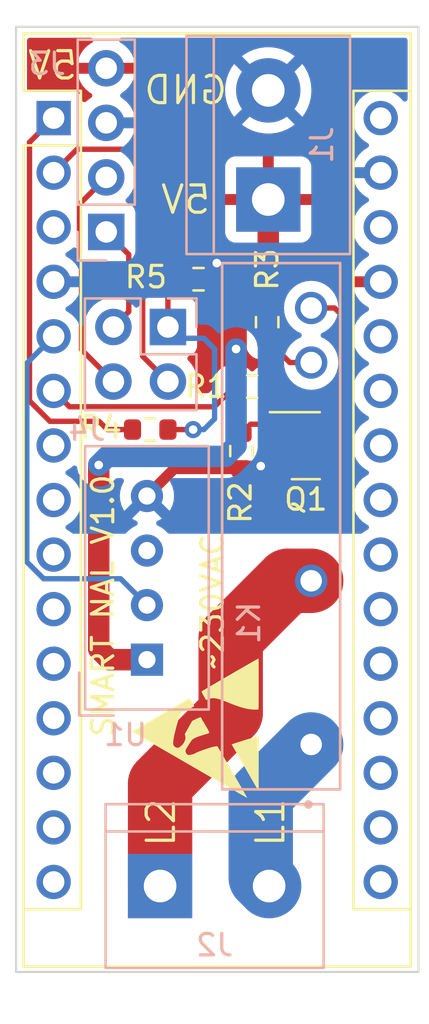
<source format=kicad_pcb>
(kicad_pcb (version 20211014) (generator pcbnew)
  (layers (0 "F.Cu" signal) (31 "B.Cu" signal) (34 "B.Paste" user) (35 "F.Paste" user) (36 "B.SilkS" user "B.Silkscreen") (37 "F.SilkS" user "F.Silkscreen") (38 "B.Mask" user) (39 "F.Mask" user) (44 "Edge.Cuts" user))
  (net 0 "")
  (net 1 "Tx")
  (net 3 "HC06_Tx_2_Rx")
  (net 7 "GND")
  (net 9 "TEMP")
  (net 11 "CTRL")
  (net 22 "+5V")
  (net 30 "L1")
  (net 31 "L2")
  (net 32 "HC06_Rx")
  (net 33 "HC06_Tx")
  (net 34 "HC06_Rx_2_Tx")
  (net 35 "Net-(K1-Pad4)")
  (net 36 "Net-(K1-Pad3)")
  (net 37 "Net-(Q1-Pad1)")
  (footprint "Resistor_SMD:R_0603_1608Metric" (layer "F.Cu") (at 171.25 79.5 -90)
    (fp_text reference "R2" (at 2.4 0.05 90) (layer "F.SilkS"))
    (fp_text value "10k")
    (fp_line (start -0.237258 -0.5225) (end 0.237258 -0.5225) (layer "F.SilkS") (width 0.12))
    (fp_line (start -0.237258 0.5225) (end 0.237258 0.5225) (layer "F.SilkS") (width 0.12))
    (pad "1" smd roundrect locked (at -0.825 0 270) (size 0.8 0.95) (layers "F.Cu" "F.Paste" "F.Mask") (net 37 "Net-(Q1-Pad1)"))
    (pad "2" smd roundrect locked (at 0.825 0 270) (size 0.8 0.95) (layers "F.Cu" "F.Paste" "F.Mask") (net 7 "GND"))
  )
  (footprint "Resistor_SMD:R_0603_1608Metric" (layer "F.Cu") (at 172.45 73.5 -90)
    (fp_text reference "R3" (at -2.45 0 90) (layer "F.SilkS"))
    (fp_text value "470")
    (fp_line (start -0.237258 -0.5225) (end 0.237258 -0.5225) (layer "F.SilkS") (width 0.12))
    (fp_line (start -0.237258 0.5225) (end 0.237258 0.5225) (layer "F.SilkS") (width 0.12))
    (pad "1" smd roundrect locked (at -0.825 0 270) (size 0.8 0.95) (layers "F.Cu" "F.Paste" "F.Mask") (net 22 "+5V"))
    (pad "2" smd roundrect locked (at 0.825 0 270) (size 0.8 0.95) (layers "F.Cu" "F.Paste" "F.Mask") (net 36 "Net-(K1-Pad3)"))
  )
  (footprint "Resistor_SMD:R_0603_1608Metric" (layer "F.Cu") (at 171.75 76.5)
    (fp_text reference "R1" (at -2.15 0) (layer "F.SilkS"))
    (fp_text value "10")
    (fp_line (start -0.237258 0.5225) (end 0.237258 0.5225) (layer "F.SilkS") (width 0.12))
    (fp_line (start -0.237258 -0.5225) (end 0.237258 -0.5225) (layer "F.SilkS") (width 0.12))
    (pad "1" smd roundrect locked (at -0.825 0) (size 0.8 0.95) (layers "F.Cu" "F.Paste" "F.Mask") (net 11 "CTRL"))
    (pad "2" smd roundrect locked (at 0.825 0) (size 0.8 0.95) (layers "F.Cu" "F.Paste" "F.Mask") (net 37 "Net-(Q1-Pad1)"))
  )
  (footprint "Module:Arduino_Nano" (layer "F.Cu") (at 162.5 64)
    (fp_text reference "A1" hide)
    (fp_text value "Arduino_Nano_v2.x")
    (fp_line (start 13.97 36.83) (end 16.64 36.83) (layer "F.SilkS") (width 0.12))
    (fp_line (start -1.4 -3.94) (end -1.4 -1.27) (layer "F.SilkS") (width 0.12))
    (fp_line (start -1.4 1.27) (end -1.4 39.5) (layer "F.SilkS") (width 0.12))
    (fp_line (start 1.27 1.27) (end 1.27 36.83) (layer "F.SilkS") (width 0.12))
    (fp_line (start 1.27 1.27) (end 1.27 -1.27) (layer "F.SilkS") (width 0.12))
    (fp_line (start 1.27 36.83) (end -1.4 36.83) (layer "F.SilkS") (width 0.12))
    (fp_line (start 1.27 -1.27) (end -1.4 -1.27) (layer "F.SilkS") (width 0.12))
    (fp_line (start 16.64 -3.94) (end -1.4 -3.94) (layer "F.SilkS") (width 0.12))
    (fp_line (start 13.97 -1.27) (end 16.64 -1.27) (layer "F.SilkS") (width 0.12))
    (fp_line (start 13.97 -1.27) (end 13.97 36.83) (layer "F.SilkS") (width 0.12))
    (fp_line (start 16.64 39.5) (end 16.64 -3.94) (layer "F.SilkS") (width 0.12))
    (fp_line (start 1.27 1.27) (end -1.4 1.27) (layer "F.SilkS") (width 0.12))
    (fp_line (start -1.4 39.5) (end 16.64 39.5) (layer "F.SilkS") (width 0.12))
    (pad "1" thru_hole rect locked (at 0 0) (size 1.6 1.6) (drill 1) (layers *.Cu *.Mask) (net 1 "Tx"))
    (pad "2" thru_hole oval locked (at 0 2.54) (size 1.6 1.6) (drill 1) (layers *.Cu *.Mask) (net 3 "HC06_Tx_2_Rx"))
    (pad "3" thru_hole oval locked (at 0 5.08) (size 1.6 1.6) (drill 1) (layers *.Cu *.Mask))
    (pad "4" thru_hole oval locked (at 0 7.62) (size 1.6 1.6) (drill 1) (layers *.Cu *.Mask) (net 7 "GND"))
    (pad "5" thru_hole oval locked (at 0 10.16) (size 1.6 1.6) (drill 1) (layers *.Cu *.Mask) (net 9 "TEMP"))
    (pad "6" thru_hole oval locked (at 0 12.7) (size 1.6 1.6) (drill 1) (layers *.Cu *.Mask) (net 11 "CTRL"))
    (pad "7" thru_hole oval locked (at 0 15.24) (size 1.6 1.6) (drill 1) (layers *.Cu *.Mask))
    (pad "8" thru_hole oval locked (at 0 17.78) (size 1.6 1.6) (drill 1) (layers *.Cu *.Mask))
    (pad "9" thru_hole oval locked (at 0 20.32) (size 1.6 1.6) (drill 1) (layers *.Cu *.Mask))
    (pad "10" thru_hole oval locked (at 0 22.86) (size 1.6 1.6) (drill 1) (layers *.Cu *.Mask))
    (pad "11" thru_hole oval locked (at 0 25.4) (size 1.6 1.6) (drill 1) (layers *.Cu *.Mask))
    (pad "12" thru_hole oval locked (at 0 27.94) (size 1.6 1.6) (drill 1) (layers *.Cu *.Mask))
    (pad "13" thru_hole oval locked (at 0 30.48) (size 1.6 1.6) (drill 1) (layers *.Cu *.Mask))
    (pad "14" thru_hole oval locked (at 0 33.02) (size 1.6 1.6) (drill 1) (layers *.Cu *.Mask))
    (pad "15" thru_hole oval locked (at 0 35.56) (size 1.6 1.6) (drill 1) (layers *.Cu *.Mask))
    (pad "16" thru_hole oval locked (at 15.24 35.56) (size 1.6 1.6) (drill 1) (layers *.Cu *.Mask))
    (pad "17" thru_hole oval locked (at 15.24 33.02) (size 1.6 1.6) (drill 1) (layers *.Cu *.Mask))
    (pad "18" thru_hole oval locked (at 15.24 30.48) (size 1.6 1.6) (drill 1) (layers *.Cu *.Mask))
    (pad "19" thru_hole oval locked (at 15.24 27.94) (size 1.6 1.6) (drill 1) (layers *.Cu *.Mask))
    (pad "20" thru_hole oval locked (at 15.24 25.4) (size 1.6 1.6) (drill 1) (layers *.Cu *.Mask))
    (pad "21" thru_hole oval locked (at 15.24 22.86) (size 1.6 1.6) (drill 1) (layers *.Cu *.Mask))
    (pad "22" thru_hole oval locked (at 15.24 20.32) (size 1.6 1.6) (drill 1) (layers *.Cu *.Mask))
    (pad "23" thru_hole oval locked (at 15.24 17.78) (size 1.6 1.6) (drill 1) (layers *.Cu *.Mask))
    (pad "24" thru_hole oval locked (at 15.24 15.24) (size 1.6 1.6) (drill 1) (layers *.Cu *.Mask))
    (pad "25" thru_hole oval locked (at 15.24 12.7) (size 1.6 1.6) (drill 1) (layers *.Cu *.Mask))
    (pad "26" thru_hole oval locked (at 15.24 10.16) (size 1.6 1.6) (drill 1) (layers *.Cu *.Mask))
    (pad "27" thru_hole oval locked (at 15.24 7.62) (size 1.6 1.6) (drill 1) (layers *.Cu *.Mask) (net 22 "+5V"))
    (pad "28" thru_hole oval locked (at 15.24 5.08) (size 1.6 1.6) (drill 1) (layers *.Cu *.Mask))
    (pad "29" thru_hole oval locked (at 15.24 2.54) (size 1.6 1.6) (drill 1) (layers *.Cu *.Mask) (net 7 "GND"))
    (pad "30" thru_hole oval locked (at 15.24 0) (size 1.6 1.6) (drill 1) (layers *.Cu *.Mask))
  )
  (footprint "Resistor_SMD:R_0603_1608Metric" (layer "F.Cu") (at 167 78.5)
    (fp_text reference "R4" (at -2.3 -0.1) (layer "F.SilkS"))
    (fp_text value "1k")
    (fp_line (start -0.237258 -0.5225) (end 0.237258 -0.5225) (layer "F.SilkS") (width 0.12))
    (fp_line (start -0.237258 0.5225) (end 0.237258 0.5225) (layer "F.SilkS") (width 0.12))
    (pad "1" smd roundrect locked (at -0.825 0) (size 0.8 0.95) (layers "F.Cu" "F.Paste" "F.Mask") (net 1 "Tx"))
    (pad "2" smd roundrect locked (at 0.825 0) (size 0.8 0.95) (layers "F.Cu" "F.Paste" "F.Mask") (net 34 "HC06_Rx_2_Tx"))
  )
  (footprint "Symbol:ESD-Logo_6.6x6mm_SilkScreen" (layer "F.Cu") (at 170.444542 91.620035 -30)
    (fp_text reference "REF**" hide)
    (fp_text value "ESD-Logo_6.6x6mm_SilkScreen" hide)
    (fp_poly (pts (xy 0.164043 -2.914165) (xy 0.187065 -2.876755) (xy 0.222534 -2.817486) (xy 0.268996 -2.738882) (xy 0.324996 -2.643462) (xy 0.389081 -2.53375) (xy 0.459796 -2.412266) (xy 0.535687 -2.281532) (xy 0.615299 -2.14407) (xy 0.697178 -2.002402) (xy 0.77987 -1.859049) (xy 0.861921 -1.716533) (xy 0.941876 -1.577376) (xy 1.018281 -1.444099) (xy 1.089682 -1.319224) (xy 1.154624 -1.205273) (xy 1.211653 -1.104767) (xy 1.259315 -1.020228) (xy 1.296155 -0.954178) (xy 1.32072 -0.909138) (xy 1.331554 -0.88763) (xy 1.331951 -0.886286) (xy 1.318501 -0.868035) (xy 1.281114 -0.840118) (xy 1.224235 -0.805275) (xy 1.152312 -0.766246) (xy 1.077015 -0.729157) (xy 0.97456 -0.684183) (xy 0.866817 -0.643774) (xy 0.750073 -0.607031) (xy 0.620618 -0.573058) (xy 0.47474 -0.540956) (xy 0.308726 -0.509827) (xy 0.118866 -0.478773) (xy -0.077531 -0.449855) (xy -0.248166 -0.4242) (xy -0.391455 -0.398802) (xy -0.510992 -0.372398) (xy -0.61037 -0.343727) (xy -0.693182 -0.311527) (xy -0.763022 -0.274535) (xy -0.823482 -0.231488) (xy -0.878155 -0.181125) (xy -0.895786 -0.162417) (xy -0.934 -0.118861) (xy -0.962268 -0.083318) (xy -0.975382 -0.062417) (xy -0.975732 -0.060703) (xy -0.98032 -0.050194) (xy -0.996242 -0.050076) (xy -1.026734 -0.061746) (xy -1.075032 -0.086604) (xy -1.144373 -0.126048) (xy -1.192561 -0.154413) (xy -1.264417 -0.198753) (xy -1.320258 -0.236721) (xy -1.356333 -0.265584) (xy -1.368887 -0.282612) (xy -1.368879 -0.282736) (xy -1.361094 -0.298963) (xy -1.339108 -0.3396) (xy -1.304197 -0.402433) (xy -1.257637 -0.485248) (xy -1.200705 -0.585828) (xy -1.134677 -0.70196) (xy -1.060828 -0.831429) (xy -0.980436 -0.97202) (xy -0.894776 -1.121518) (xy -0.805124 -1.277708) (xy -0.712757 -1.438376) (xy -0.618951 -1.601307) (xy -0.524982 -1.764287) (xy -0.432126 -1.9251) (xy -0.34166 -2.081532) (xy -0.254859 -2.231367) (xy -0.173 -2.372392) (xy -0.097359 -2.502391) (xy -0.029213 -2.619151) (xy 0.030163 -2.720455) (xy 0.079493 -2.804089) (xy 0.1175 -2.867838) (xy 0.142907 -2.909489) (xy 0.15444 -2.926825) (xy 0.154923 -2.927195) (xy 0.164043 -2.914165)) (layer "F.SilkS") (width 0.01) (fill solid))
    (fp_poly (pts (xy -1.677906 0.291158) (xy -1.645381 0.303736) (xy -1.595807 0.328712) (xy -1.524626 0.367876) (xy -1.519084 0.370988) (xy -1.453526 0.408476) (xy -1.398202 0.441319) (xy -1.358545 0.466205) (xy -1.339988 0.47982) (xy -1.339469 0.480487) (xy -1.343952 0.49939) (xy -1.364514 0.541605) (xy -1.399817 0.604832) (xy -1.44852 0.686772) (xy -1.509282 0.785122) (xy -1.580764 0.897585) (xy -1.598555 0.925165) (xy -1.644907 1.001699) (xy -1.678658 1.067556) (xy -1.696847 1.116782) (xy -1.698714 1.126507) (xy -1.697885 1.169312) (xy -1.688606 1.237209) (xy -1.672032 1.325843) (xy -1.64932 1.430859) (xy -1.621627 1.547902) (xy -1.59011 1.672616) (xy -1.555925 1.800645) (xy -1.520229 1.927634) (xy -1.484179 2.049228) (xy -1.448932 2.161072) (xy -1.415644 2.25881) (xy -1.385472 2.338087) (xy -1.364439 2.385122) (xy -1.339663 2.435225) (xy -1.31627 2.483168) (xy -1.315003 2.485793) (xy -1.276301 2.53422) (xy -1.219816 2.566828) (xy -1.154061 2.582454) (xy -1.087549 2.579937) (xy -1.028795 2.558114) (xy -0.995742 2.529382) (xy -0.948141 2.450583) (xy -0.913261 2.352378) (xy -0.894123 2.244779) (xy -0.891412 2.18378) (xy -0.90233 2.069935) (xy -0.934376 1.97566) (xy -0.989274 1.896379) (xy -1.006393 1.878733) (xy -1.057339 1.829235) (xy -1.060837 1.479362) (xy -1.064336 1.129489) (xy -0.975182 0.994531) (xy -0.933346 0.933445) (xy -0.893055 0.878493) (xy -0.860057 0.837336) (xy -0.845874 0.822192) (xy -0.805719 0.78481) (xy -0.751335 0.814098) (xy -0.716961 0.835084) (xy -0.698154 0.851378) (xy -0.696951 0.854307) (xy -0.684097 0.866728) (xy -0.662104 0.875977) (xy -0.64085 0.884313) (xy -0.608306 0.900149) (xy -0.561678 0.925033) (xy -0.498171 0.960509) (xy -0.414992 1.008123) (xy -0.309347 1.069422) (xy -0.251938 1.102932) (xy -0.184406 1.143071) (xy -0.140115 1.171659) (xy -0.115145 1.192039) (xy -0.105577 1.207553) (xy -0.107492 1.221546) (xy -0.109089 1.224796) (xy -0.124624 1.245266) (xy -0.157864 1.283665) (xy -0.204938 1.335696) (xy -0.261972 1.397066) (xy -0.3113 1.44909) (xy -0.42497 1.572567) (xy -0.513895 1.679591) (xy -0.578866 1.77124) (xy -0.620679 1.848588) (xy -0.634783 1.887866) (xy -0.640608 1.922249) (xy -0.646625 1.980899) (xy -0.652304 2.057117) (xy -0.657116 2.144202) (xy -0.659381 2.199268) (xy -0.662541 2.294464) (xy -0.663931 2.364062) (xy -0.663142 2.413409) (xy -0.659765 2.447854) (xy -0.653392 2.472743) (xy -0.643613 2.493425) (xy -0.635933 2.506053) (xy -0.591579 2.554726) (xy -0.534426 2.588645) (xy -0.474292 2.603438) (xy -0.429227 2.598086) (xy -0.388424 2.57493) (xy -0.337276 2.533462) (xy -0.282958 2.480912) (xy -0.232643 2.424516) (xy -0.193506 2.371505) (xy -0.179095 2.345889) (xy -0.157509 2.310814) (xy -0.118247 2.257389) (xy -0.064898 2.189789) (xy -0.001048 2.11219) (xy 0.069715 2.028768) (xy 0.143804 1.943698) (xy 0.217632 1.861155) (xy 0.287611 1.785316) (xy 0.350155 1.720356) (xy 0.39926 1.672669) (xy 0.453779 1.625032) (xy 0.499642 1.589908) (xy 0.531811 1.570949) (xy 0.542489 1.568864) (xy 0.558853 1.577274) (xy 0.599671 1.599846) (xy 0.662586 1.635224) (xy 0.745244 1.682054) (xy 0.845289 1.738981) (xy 0.960366 1.804649) (xy 1.088119 1.877703) (xy 1.226194 1.956788) (xy 1.372234 2.040548) (xy 1.523884 2.127629) (xy 1.67879 2.216676) (xy 1.834595 2.306332) (xy 1.988944 2.395243) (xy 2.139482 2.482054) (xy 2.283854 2.565409) (xy 2.419704 2.643954) (xy 2.544677 2.716333) (xy 2.656417 2.78119) (xy 2.75257 2.837171) (xy 2.830779 2.88292) (xy 2.888689 2.917083) (xy 2.923946 2.938304) (xy 2.934165 2.944963) (xy 2.920402 2.94628) (xy 2.877104 2.947559) (xy 2.805714 2.948796) (xy 2.707673 2.949983) (xy 2.584422 2.951115) (xy 2.437403 2.952186) (xy 2.268057 2.953189) (xy 2.077826 2.954119) (xy 1.868151 2.954968) (xy 1.640473 2.955732) (xy 1.396235 2.956403) (xy 1.136877 2.956976) (xy 0.863841 2.957444) (xy 0.578568 2.957802) (xy 0.2825 2.958042) (xy -0.022921 2.958159) (xy -0.151076 2.958171) (xy -3.25103 2.958171) (xy -3.029947 2.574847) (xy -2.983144 2.49368) (xy -2.922898 2.389166) (xy -2.851222 2.264801) (xy -2.770131 2.124082) (xy -2.681638 1.970503) (xy -2.58776 1.807562) (xy -2.490509 1.638754) (xy -2.3919 1.467575) (xy -2.293947 1.297521) (xy -2.269175 1.254512) (xy -2.178848 1.097857) (xy -2.092711 0.948803) (xy -2.012058 0.809568) (xy -1.938184 0.682371) (xy -1.872383 0.569432) (xy -1.81595 0.472968) (xy -1.770179 0.3952) (xy -1.736365 0.338346) (xy -1.715802 0.304625) (xy -1.710047 0.29604) (xy -1.697942 0.289189) (xy -1.677906 0.291158)) (layer "F.SilkS") (width 0.01) (fill solid))
    (fp_poly (pts (xy 1.987528 0.234619) (xy 1.998908 0.253693) (xy 2.024488 0.297421) (xy 2.063002 0.363619) (xy 2.113186 0.450102) (xy 2.173775 0.554685) (xy 2.243503 0.675183) (xy 2.321107 0.809412) (xy 2.40532 0.955187) (xy 2.494879 1.110323) (xy 2.586998 1.27) (xy 2.681076 1.433117) (xy 2.771402 1.589709) (xy 2.856665 1.737506) (xy 2.935557 1.87424) (xy 3.006769 1.997642) (xy 3.068991 2.105444) (xy 3.120913 2.195377) (xy 3.161228 2.265173) (xy 3.188624 2.312564) (xy 3.201507 2.334786) (xy 3.222507 2.37233) (xy 3.233925 2.395831) (xy 3.234551 2.39992) (xy 3.220636 2.392242) (xy 3.181941 2.370203) (xy 3.120487 2.334971) (xy 3.038298 2.287711) (xy 2.937396 2.229589) (xy 2.819805 2.161771) (xy 2.687546 2.085424) (xy 2.542642 2.001714) (xy 2.387117 1.911806) (xy 2.222992 1.816867) (xy 2.160549 1.780732) (xy 1.993487 1.684083) (xy 1.834074 1.591938) (xy 1.684355 1.505475) (xy 1.546376 1.425871) (xy 1.422185 1.354305) (xy 1.313827 1.291955) (xy 1.223348 1.239998) (xy 1.152796 1.199613) (xy 1.104215 1.171978) (xy 1.079654 1.158272) (xy 1.077085 1.156974) (xy 1.084569 1.14522) (xy 1.110614 1.113795) (xy 1.152559 1.065594) (xy 1.207746 1.00351) (xy 1.273517 0.930439) (xy 1.347212 0.849276) (xy 1.426173 0.762916) (xy 1.50774 0.674253) (xy 1.589254 0.586182) (xy 1.668057 0.501599) (xy 1.74149 0.423397) (xy 1.806893 0.354472) (xy 1.861608 0.297719) (xy 1.902977 0.256032) (xy 1.917164 0.242363) (xy 1.96418 0.198201) (xy 1.987528 0.234619)) (layer "F.SilkS") (width 0.01) (fill solid))
  )
  (footprint "Resistor_SMD:R_0603_1608Metric" (layer "F.Cu") (at 169.25 71.5)
    (fp_text reference "R5" (at -2.45 -0.1) (layer "F.SilkS"))
    (fp_text value "2k")
    (fp_line (start -0.237258 0.5225) (end 0.237258 0.5225) (layer "F.SilkS") (width 0.12))
    (fp_line (start -0.237258 -0.5225) (end 0.237258 -0.5225) (layer "F.SilkS") (width 0.12))
    (pad "1" smd roundrect locked (at -0.825 0) (size 0.8 0.95) (layers "F.Cu" "F.Paste" "F.Mask") (net 34 "HC06_Rx_2_Tx"))
    (pad "2" smd roundrect locked (at 0.825 0) (size 0.8 0.95) (layers "F.Cu" "F.Paste" "F.Mask") (net 7 "GND"))
  )
  (footprint "Package_TO_SOT_SMD:SOT-23" (layer "F.Cu") (at 174.25 79.25)
    (fp_text reference "Q1" (at 0 2.5) (layer "F.SilkS"))
    (fp_text value "2N7002")
    (fp_line (start 0 1.56) (end -0.65 1.56) (layer "F.SilkS") (width 0.12))
    (fp_line (start 0 -1.56) (end -1.675 -1.56) (layer "F.SilkS") (width 0.12))
    (fp_line (start 0 1.56) (end 0.65 1.56) (layer "F.SilkS") (width 0.12))
    (fp_line (start 0 -1.56) (end 0.65 -1.56) (layer "F.SilkS") (width 0.12))
    (pad "1" smd roundrect locked (at -0.9375 -0.95) (size 1.475 0.6) (layers "F.Cu" "F.Paste" "F.Mask") (net 37 "Net-(Q1-Pad1)"))
    (pad "2" smd roundrect locked (at -0.9375 0.95) (size 1.475 0.6) (layers "F.Cu" "F.Paste" "F.Mask") (net 7 "GND"))
    (pad "3" smd roundrect locked (at 0.9375 0) (size 1.475 0.6) (layers "F.Cu" "F.Paste" "F.Mask") (net 35 "Net-(K1-Pad4)"))
  )
  (footprint "TerminalBlock:TerminalBlock_bornier-2_P5.08mm" (layer "B.Cu") (at 172.5 67.79 90)
    (fp_text reference "J1" (at 2.54 2.5 90) (layer "B.SilkS") (effects (justify mirror)))
    (fp_text value "DC IN")
    (fp_line (start 7.62 -3.81) (end 7.62 3.81) (layer "B.SilkS") (width 0.12))
    (fp_line (start 7.62 3.81) (end -2.54 3.81) (layer "B.SilkS") (width 0.12))
    (fp_line (start -2.54 -3.81) (end 7.62 -3.81) (layer "B.SilkS") (width 0.12))
    (fp_line (start -2.54 3.81) (end -2.54 -3.81) (layer "B.SilkS") (width 0.12))
    (fp_line (start 7.62 -2.54) (end -2.54 -2.54) (layer "B.SilkS") (width 0.12))
    (pad "1" thru_hole rect locked (at 0 0 90) (size 3 3) (drill 1.52) (layers *.Cu *.Mask) (net 22 "+5V"))
    (pad "2" thru_hole circle locked (at 5.08 0 90) (size 3 3) (drill 1.52) (layers *.Cu *.Mask) (net 7 "GND"))
  )
  (footprint "TerminalBlock:TerminalBlock_bornier-2_P5.08mm" (layer "B.Cu") (at 167.46 99.75)
    (fp_text reference "J2" (at 2.54 2.75) (layer "B.SilkS") (effects (justify mirror)))
    (fp_text value "AC IN")
    (fp_line (start -2.54 -3.81) (end 7.62 -3.81) (layer "B.SilkS") (width 0.12))
    (fp_line (start -2.54 3.81) (end -2.54 -3.81) (layer "B.SilkS") (width 0.12))
    (fp_line (start 7.62 -2.54) (end -2.54 -2.54) (layer "B.SilkS") (width 0.12))
    (fp_line (start 7.62 3.81) (end -2.54 3.81) (layer "B.SilkS") (width 0.12))
    (fp_line (start 7.62 -3.81) (end 7.62 3.81) (layer "B.SilkS") (width 0.12))
    (pad "1" thru_hole rect locked (at 0 0) (size 3 3) (drill 1.52) (layers *.Cu *.Mask) (net 31 "L2"))
    (pad "2" thru_hole circle locked (at 5.08 0) (size 3 3) (drill 1.52) (layers *.Cu *.Mask) (net 30 "L1"))
  )
  (footprint "Sensor:Aosong_DHT11_5.5x12.0_P2.54mm" (layer "B.Cu") (at 166.8475 89.2125)
    (fp_text reference "U1" (at -1 3.5) (layer "B.SilkS") (effects (justify mirror)))
    (fp_text value "DHT11")
    (fp_line (start -3.16 2.6) (end -1.55 2.6) (layer "B.SilkS") (width 0.12))
    (fp_line (start 2.88 2.32) (end 2.88 -9.94) (layer "B.SilkS") (width 0.12))
    (fp_line (start -3.16 2.6) (end -3.16 0.6) (layer "B.SilkS") (width 0.12))
    (fp_line (start -2.87 2.32) (end 2.87 2.32) (layer "B.SilkS") (width 0.12))
    (fp_line (start -2.88 -9.94) (end -2.88 2.31) (layer "B.SilkS") (width 0.12))
    (fp_line (start 2.88 -9.94) (end -2.88 -9.94) (layer "B.SilkS") (width 0.12))
    (pad "1" thru_hole rect locked (at 0 0) (size 1.5 1.5) (drill 0.8) (layers *.Cu *.Mask) (net 22 "+5V"))
    (pad "2" thru_hole circle locked (at 0 -2.54) (size 1.5 1.5) (drill 0.8) (layers *.Cu *.Mask) (net 9 "TEMP"))
    (pad "3" thru_hole circle locked (at 0 -5.08) (size 1.5 1.5) (drill 0.8) (layers *.Cu *.Mask))
    (pad "4" thru_hole circle locked (at 0 -7.62) (size 1.5 1.5) (drill 0.8) (layers *.Cu *.Mask) (net 7 "GND"))
  )
  (footprint "Connector_PinHeader_2.54mm:PinHeader_1x04_P2.54mm_Vertical" (layer "B.Cu") (at 164.95 69.3)
    (fp_text reference "J3" (at -2.75 -7.83) (layer "B.SilkS") (effects (justify mirror)))
    (fp_text value "BT")
    (fp_line (start -1.33 -1.27) (end -1.33 -8.95) (layer "B.SilkS") (width 0.12))
    (fp_line (start 1.33 -1.27) (end 1.33 -8.95) (layer "B.SilkS") (width 0.12))
    (fp_line (start -1.33 -1.27) (end 1.33 -1.27) (layer "B.SilkS") (width 0.12))
    (fp_line (start -1.33 1.33) (end 0 1.33) (layer "B.SilkS") (width 0.12))
    (fp_line (start -1.33 -8.95) (end 1.33 -8.95) (layer "B.SilkS") (width 0.12))
    (fp_line (start -1.33 0) (end -1.33 1.33) (layer "B.SilkS") (width 0.12))
    (pad "1" thru_hole rect locked (at 0 0) (size 1.7 1.7) (drill 1) (layers *.Cu *.Mask) (net 32 "HC06_Rx"))
    (pad "2" thru_hole oval locked (at 0 -2.54) (size 1.7 1.7) (drill 1) (layers *.Cu *.Mask) (net 33 "HC06_Tx"))
    (pad "3" thru_hole oval locked (at 0 -5.08) (size 1.7 1.7) (drill 1) (layers *.Cu *.Mask) (net 7 "GND"))
    (pad "4" thru_hole oval locked (at 0 -7.62) (size 1.7 1.7) (drill 1) (layers *.Cu *.Mask) (net 22 "+5V"))
  )
  (footprint "Connector_PinHeader_2.54mm:PinHeader_2x02_P2.54mm_Vertical" (layer "B.Cu") (at 167.825 73.725 180)
    (fp_text reference "J4" (at 3.775 -4.775) (layer "B.SilkS") (effects (justify mirror)))
    (fp_text value "Prog")
    (fp_line (start -1.33 1.33) (end 0 1.33) (layer "B.SilkS") (width 0.12))
    (fp_line (start 1.27 1.33) (end 3.87 1.33) (layer "B.SilkS") (width 0.12))
    (fp_line (start 3.87 1.33) (end 3.87 -3.87) (layer "B.SilkS") (width 0.12))
    (fp_line (start -1.33 -1.27) (end 1.27 -1.27) (layer "B.SilkS") (width 0.12))
    (fp_line (start -1.33 -3.87) (end 3.87 -3.87) (layer "B.SilkS") (width 0.12))
    (fp_line (start -1.33 -1.27) (end -1.33 -3.87) (layer "B.SilkS") (width 0.12))
    (fp_line (start 1.27 -1.27) (end 1.27 1.33) (layer "B.SilkS") (width 0.12))
    (fp_line (start -1.33 0) (end -1.33 1.33) (layer "B.SilkS") (width 0.12))
    (pad "1" thru_hole rect locked (at 0 0 180) (size 1.7 1.7) (drill 1) (layers *.Cu *.Mask) (net 34 "HC06_Rx_2_Tx"))
    (pad "2" thru_hole oval locked (at 2.54 0 180) (size 1.7 1.7) (drill 1) (layers *.Cu *.Mask) (net 32 "HC06_Rx"))
    (pad "3" thru_hole oval locked (at 0 -2.54 180) (size 1.7 1.7) (drill 1) (layers *.Cu *.Mask) (net 3 "HC06_Tx_2_Rx"))
    (pad "4" thru_hole oval locked (at 2.54 -2.54 180) (size 1.7 1.7) (drill 1) (layers *.Cu *.Mask) (net 33 "HC06_Tx"))
  )
  (footprint "G3MB202PDC12:RELAY_G3MB202PDC12" (layer "B.Cu") (at 173.1 83 90)
    (fp_text reference "K1" (at -4.5 -1.5 90) (layer "B.SilkS") (effects (font (size 1.001425 1.001425)) (justify mirror)))
    (fp_text value "G3MB202PDC12")
    (fp_line (start -12.25 2.75) (end -12.25 -2.75) (layer "B.SilkS") (width 0.127))
    (fp_line (start 12.25 -2.75) (end 12.25 2.75) (layer "B.SilkS") (width 0.127))
    (fp_line (start -12.25 -2.75) (end 12.25 -2.75) (layer "B.SilkS") (width 0.127))
    (fp_line (start 12.25 2.75) (end -12.25 2.75) (layer "B.SilkS") (width 0.127))
    (fp_circle (center -12.954 1.27) (end -12.854 1.27) (layer "B.SilkS") (width 0.2) (fill none))
    (pad "1" thru_hole rect locked (at -10.16 1.4 90) (size 1.508 1.508) (drill 1) (layers *.Cu *.Mask) (net 30 "L1"))
    (pad "2" thru_hole circle locked (at -2.54 1.4 90) (size 1.508 1.508) (drill 1) (layers *.Cu *.Mask) (net 31 "L2"))
    (pad "3" thru_hole circle locked (at 7.62 1.4 90) (size 1.508 1.508) (drill 1) (layers *.Cu *.Mask) (net 36 "Net-(K1-Pad3)"))
    (pad "4" thru_hole circle locked (at 10.16 1.4 90) (size 1.508 1.508) (drill 1) (layers *.Cu *.Mask) (net 35 "Net-(K1-Pad4)"))
  )
  (gr_line locked (start 160.75 59.75) (end 179.5 59.75) (layer "Edge.Cuts") (width 0.1))
  (gr_line locked (start 179.5 103.75) (end 160.75 103.75) (layer "Edge.Cuts") (width 0.1))
  (gr_line locked (start 160.75 103.75) (end 160.75 59.75) (layer "Edge.Cuts") (width 0.1))
  (gr_line locked (start 179.5 59.75) (end 179.5 103.75) (layer "Edge.Cuts") (width 0.1))
  (gr_text "GND" (at 168.65 62.7) (layer "F.SilkS") (effects (font (size 1.27 1.27)) (justify mirror)))
  (gr_text "L2" (at 167.5 96.8 90) (layer "F.SilkS") (effects (font (size 1.27 1.27))))
  (gr_text "SMART NAL V1.0" (at 164.8 86.7 90) (layer "F.SilkS") (effects (font (size 1 1))))
  (gr_text "5V" (at 168.65 67.8) (layer "F.SilkS") (effects (font (size 1.27 1.27)) (justify mirror)))
  (gr_text "5V" (at 162.45 61.55) (layer "F.SilkS") (effects (font (size 1.27 1.27)) (justify mirror)))
  (gr_text "L1" (at 172.6 96.8 90) (layer "F.SilkS") (effects (font (size 1.27 1.27))))
  (gr_text "~230VAC" (at 169.9 86.5 90) (layer "F.SilkS") (effects (font (size 1 1))))
  (segment (start 165 78.5) (end 166.175 78.5) (width 0.25) (layer "F.Cu") (net 1))
  (segment (start 162.325189 78.115489) (end 164.615489 78.115489) (width 0.25) (layer "F.Cu") (net 1))
  (segment (start 161.375489 77.165789) (end 162.325189 78.115489) (width 0.25) (layer "F.Cu") (net 1))
  (segment (start 162.5 64) (end 161.375489 65.124511) (width 0.25) (layer "F.Cu") (net 1))
  (segment (start 161.375489 65.124511) (end 161.375489 77.165789) (width 0.25) (layer "F.Cu") (net 1))
  (segment (start 164.615489 78.115489) (end 165 78.5) (width 0.25) (layer "F.Cu") (net 1))
  (segment (start 165.82101 65.45) (end 163.59 65.45) (width 0.25) (layer "F.Cu") (net 3))
  (segment (start 166.65 75.09) (end 166.65 66.27899) (width 0.25) (layer "F.Cu") (net 3))
  (segment (start 163.59 65.45) (end 162.5 66.54) (width 0.25) (layer "F.Cu") (net 3))
  (segment (start 166.65 66.27899) (end 165.82101 65.45) (width 0.25) (layer "F.Cu") (net 3))
  (segment (start 167.825 76.265) (end 166.65 75.09) (width 0.25) (layer "F.Cu") (net 3))
  (segment (start 170.075 70.775) (end 170.1 70.75) (width 1) (layer "F.Cu") (net 7))
  (segment (start 172.15 80.2) (end 171.375 80.2) (width 0.5) (layer "F.Cu") (net 7))
  (segment (start 170.075 71.5) (end 170.075 70.775) (width 1) (layer "F.Cu") (net 7))
  (segment (start 171.25 80.325) (end 168.115 80.325) (width 0.5) (layer "F.Cu") (net 7))
  (segment (start 173.3125 80.2) (end 172.15 80.2) (width 0.5) (layer "F.Cu") (net 7))
  (segment (start 168.115 80.325) (end 166.8475 81.5925) (width 0.5) (layer "F.Cu") (net 7))
  (segment (start 171.375 80.2) (end 171.25 80.325) (width 0.5) (layer "F.Cu") (net 7))
  (via (at 170.1 70.75) (size 0.8) (drill 0.4) (layers "F.Cu" "B.Cu") (net 7))
  (via (at 172.15 80.2) (size 0.8) (drill 0.4) (layers "F.Cu" "B.Cu") (net 7))
  (segment (start 161.25 84.6603) (end 162.034211 85.444511) (width 0.25) (layer "B.Cu") (net 9))
  (segment (start 165.619511 85.444511) (end 166.8475 86.6725) (width 0.25) (layer "B.Cu") (net 9))
  (segment (start 162.034211 85.444511) (end 165.619511 85.444511) (width 0.25) (layer "B.Cu") (net 9))
  (segment (start 162.5 74.16) (end 161.25 75.41) (width 0.25) (layer "B.Cu") (net 9))
  (segment (start 161.25 75.41) (end 161.25 84.6603) (width 0.25) (layer "B.Cu") (net 9))
  (segment (start 163.239511 77.439511) (end 162.5 76.7) (width 0.25) (layer "F.Cu") (net 11))
  (segment (start 170.925 76.5) (end 169.985489 77.439511) (width 0.25) (layer "F.Cu") (net 11))
  (segment (start 169.985489 77.439511) (end 163.239511 77.439511) (width 0.25) (layer "F.Cu") (net 11))
  (segment (start 164.6 88.715) (end 164.6 80.15) (width 1) (layer "F.Cu") (net 22))
  (segment (start 166.8475 89.2125) (end 165.0975 89.2125) (width 1) (layer "F.Cu") (net 22))
  (segment (start 165.0975 89.2125) (end 164.6 88.715) (width 1) (layer "F.Cu") (net 22))
  (segment (start 171 73.2) (end 172.5 71.7) (width 1) (layer "F.Cu") (net 22))
  (segment (start 172.5 67.79) (end 172.5 71.7) (width 1) (layer "F.Cu") (net 22))
  (segment (start 172.5 71.7) (end 172.5 72.625) (width 1) (layer "F.Cu") (net 22))
  (segment (start 172.5 72.625) (end 172.45 72.675) (width 1) (layer "F.Cu") (net 22))
  (segment (start 171 74.75) (end 171 73.2) (width 1) (layer "F.Cu") (net 22))
  (via (at 171 74.75) (size 0.8) (drill 0.4) (layers "F.Cu" "B.Cu") (net 22))
  (via (at 164.6 80.15) (size 0.8) (drill 0.4) (layers "F.Cu" "B.Cu") (net 22))
  (segment (start 170.5 79.75) (end 165 79.75) (width 1) (layer "B.Cu") (net 22))
  (segment (start 165 79.75) (end 164.6 80.15) (width 1) (layer "B.Cu") (net 22))
  (segment (start 171 74.75) (end 171 79.25) (width 1) (layer "B.Cu") (net 22))
  (segment (start 171 79.25) (end 170.5 79.75) (width 1) (layer "B.Cu") (net 22))
  (segment (start 174.5 93.16) (end 172.15 95.51) (width 3) (layer "B.Cu") (net 30))
  (segment (start 172.15 95.51) (end 172.15 99.36) (width 3) (layer "B.Cu") (net 30))
  (segment (start 172.15 99.36) (end 172.54 99.75) (width 3) (layer "B.Cu") (net 30))
  (segment (start 170.75 88.2) (end 170.75 91.7) (width 3) (layer "F.Cu") (net 31))
  (segment (start 173.41 85.54) (end 174.5 85.54) (width 3) (layer "F.Cu") (net 31))
  (segment (start 167.46 94.99) (end 167.46 99.75) (width 3) (layer "F.Cu") (net 31))
  (segment (start 170.75 91.7) (end 167.46 94.99) (width 3) (layer "F.Cu") (net 31))
  (segment (start 170.75 88.2) (end 173.41 85.54) (width 3) (layer "F.Cu") (net 31))
  (segment (start 166 73.01) (end 165.285 73.725) (width 0.25) (layer "F.Cu") (net 32))
  (segment (start 164.95 69.3) (end 166 70.35) (width 0.25) (layer "F.Cu") (net 32))
  (segment (start 166 70.35) (end 166 73.01) (width 0.25) (layer "F.Cu") (net 32))
  (segment (start 163.7 70.7) (end 163.7 68.01) (width 0.25) (layer "F.Cu") (net 33))
  (segment (start 163.8 70.8) (end 163.7 70.7) (width 0.25) (layer "F.Cu") (net 33))
  (segment (start 163.7 68.01) (end 164.95 66.76) (width 0.25) (layer "F.Cu") (net 33))
  (segment (start 165.285 76.265) (end 163.8 74.78) (width 0.25) (layer "F.Cu") (net 33))
  (segment (start 163.8 74.78) (end 163.8 70.8) (width 0.25) (layer "F.Cu") (net 33))
  (segment (start 169 78.5) (end 167.825 78.5) (width 0.25) (layer "F.Cu") (net 34))
  (segment (start 167.825 72.1) (end 168.425 71.5) (width 0.25) (layer "F.Cu") (net 34))
  (segment (start 167.825 73.725) (end 167.825 72.1) (width 0.25) (layer "F.Cu") (net 34))
  (via (at 169 78.5) (size 0.8) (drill 0.4) (layers "F.Cu" "B.Cu") (net 34))
  (segment (start 169.5 78.5) (end 169 78.5) (width 0.25) (layer "B.Cu") (net 34))
  (segment (start 169.5 74.25) (end 170 74.75) (width 0.25) (layer "B.Cu") (net 34))
  (segment (start 170 78) (end 169.5 78.5) (width 0.25) (layer "B.Cu") (net 34))
  (segment (start 167.825 73.725) (end 168.35 74.25) (width 0.25) (layer "B.Cu") (net 34))
  (segment (start 168.35 74.25) (end 169.5 74.25) (width 0.25) (layer "B.Cu") (net 34))
  (segment (start 170 74.75) (end 170 78) (width 0.25) (layer "B.Cu") (net 34))
  (segment (start 176 73.25) (end 176 78.4375) (width 0.25) (layer "F.Cu") (net 35))
  (segment (start 176 78.4375) (end 175.1875 79.25) (width 0.25) (layer "F.Cu") (net 35))
  (segment (start 174.5 72.84) (end 175.59 72.84) (width 0.25) (layer "F.Cu") (net 35))
  (segment (start 175.59 72.84) (end 176 73.25) (width 0.25) (layer "F.Cu") (net 35))
  (segment (start 173.505 75.38) (end 174.5 75.38) (width 0.25) (layer "F.Cu") (net 36))
  (segment (start 172.45 74.325) (end 173.505 75.38) (width 0.25) (layer "F.Cu") (net 36))
  (segment (start 172.575 77.5625) (end 173.3125 78.3) (width 0.25) (layer "F.Cu") (net 37))
  (segment (start 171.675 78.25) (end 173.2625 78.25) (width 0.25) (layer "F.Cu") (net 37))
  (segment (start 171.25 78.675) (end 171.675 78.25) (width 0.25) (layer "F.Cu") (net 37))
  (segment (start 173.2625 78.25) (end 173.3125 78.3) (width 0.25) (layer "F.Cu") (net 37))
  (segment (start 172.575 76.5) (end 172.575 77.5625) (width 0.25) (layer "F.Cu") (net 37))
  (zone locked (net 22) (net_name "+5V") (layer "F.Cu") (connect_pads (clearance 0.508)) (min_thickness 0.254) (fill yes (thermal_gap 0.508) (thermal_bridge_width 0.508))
    (polygon (pts (xy 180 79.2) (xy 160 79.3) (xy 160 59.25) (xy 180 59.25)))
  )
  (zone locked (net 7) (net_name "GND") (layer "B.Cu") (connect_pads (clearance 0.508)) (min_thickness 0.254) (fill yes (thermal_gap 0.508) (thermal_bridge_width 0.508))
    (polygon (pts (xy 180 83.35) (xy 160 83.35) (xy 160 59.25) (xy 180 59.25)))
  )
)
</source>
